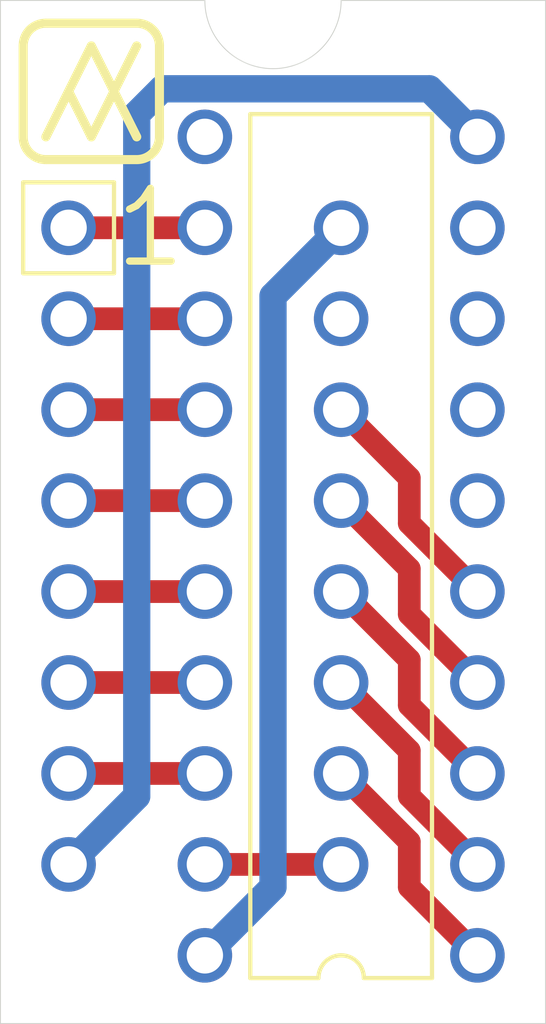
<source format=kicad_pcb>
(kicad_pcb (version 20211014) (generator pcbnew)
  (layers (0 "F.Cu" signal) (31 "B.Cu" signal) (34 "B.Paste" user) (35 "F.Paste" user) (36 "B.SilkS" user "B.Silkscreen") (37 "F.SilkS" user "F.Silkscreen") (38 "B.Mask" user) (39 "F.Mask" user) (44 "Edge.Cuts" user))
  (net 0 "")
  (net 1 "B0")
  (net 2 "B1")
  (net 3 "B2")
  (net 4 "B3")
  (net 5 "B4")
  (net 6 "B5")
  (net 7 "B6")
  (net 8 "GND")
  (net 9 "B7")
  (net 10 "A4")
  (net 11 "A3")
  (net 12 "A2")
  (net 13 "A1")
  (net 14 "A0")
  (net 16 "+5V")
  (footprint "GAL_to_bipolar:DIP-20" (layer "F.Cu") (at 146.05 77.47 180)
    (fp_text reference "J2" hide)
    (fp_text value "GAL")
    (fp_line (start -2.54 12.065) (end 2.54 12.065) (layer "F.SilkS") (width 0.12))
    (fp_line (start 2.54 12.065) (end 2.54 -12.065) (layer "F.SilkS") (width 0.12))
    (fp_line (start 2.54 -12.065) (end 0.635 -12.065) (layer "F.SilkS") (width 0.12))
    (fp_line (start -2.54 -12.065) (end -2.54 12.065) (layer "F.SilkS") (width 0.12))
    (fp_line (start -2.54 -12.065) (end -0.635 -12.065) (layer "F.SilkS") (width 0.12))
    (fp_arc (start 0.635 -12.065) (mid 0 -11.43) (end -0.635 -12.065) (layer "F.SilkS") (width 0.12))
    (pad "1" thru_hole circle (at -3.81 -11.43 180) (size 1.524 1.524) (drill 1.016) (layers *.Cu *.Mask) (net 10 "A4"))
    (pad "2" thru_hole circle (at -3.81 -8.89 180) (size 1.524 1.524) (drill 1.016) (layers *.Cu *.Mask) (net 11 "A3"))
    (pad "3" thru_hole circle (at -3.81 -6.35 180) (size 1.524 1.524) (drill 1.016) (layers *.Cu *.Mask) (net 12 "A2"))
    (pad "4" thru_hole circle (at -3.81 -3.81 180) (size 1.524 1.524) (drill 1.016) (layers *.Cu *.Mask) (net 13 "A1"))
    (pad "5" thru_hole circle (at -3.81 -1.27 180) (size 1.524 1.524) (drill 1.016) (layers *.Cu *.Mask) (net 14 "A0"))
    (pad "6" thru_hole circle (at -3.81 1.27 180) (size 1.524 1.524) (drill 1.016) (layers *.Cu *.Mask))
    (pad "7" thru_hole circle (at -3.81 3.81 180) (size 1.524 1.524) (drill 1.016) (layers *.Cu *.Mask))
    (pad "8" thru_hole circle (at -3.81 6.35 180) (size 1.524 1.524) (drill 1.016) (layers *.Cu *.Mask))
    (pad "9" thru_hole circle (at -3.81 8.89 180) (size 1.524 1.524) (drill 1.016) (layers *.Cu *.Mask))
    (pad "10" thru_hole circle (at -3.81 11.43 180) (size 1.524 1.524) (drill 1.016) (layers *.Cu *.Mask) (net 8 "GND"))
    (pad "11" thru_hole circle (at 3.81 11.43 180) (size 1.524 1.524) (drill 1.016) (layers *.Cu *.Mask))
    (pad "12" thru_hole circle (at 3.81 8.89 180) (size 1.524 1.524) (drill 1.016) (layers *.Cu *.Mask) (net 1 "B0"))
    (pad "13" thru_hole circle (at 3.81 6.35 180) (size 1.524 1.524) (drill 1.016) (layers *.Cu *.Mask) (net 2 "B1"))
    (pad "14" thru_hole circle (at 3.81 3.81 180) (size 1.524 1.524) (drill 1.016) (layers *.Cu *.Mask) (net 3 "B2"))
    (pad "15" thru_hole circle (at 3.81 1.27 180) (size 1.524 1.524) (drill 1.016) (layers *.Cu *.Mask) (net 4 "B3"))
    (pad "16" thru_hole circle (at 3.81 -1.27 180) (size 1.524 1.524) (drill 1.016) (layers *.Cu *.Mask) (net 5 "B4"))
    (pad "17" thru_hole circle (at 3.81 -3.81 180) (size 1.524 1.524) (drill 1.016) (layers *.Cu *.Mask) (net 6 "B5"))
    (pad "18" thru_hole circle (at 3.81 -6.35 180) (size 1.524 1.524) (drill 1.016) (layers *.Cu *.Mask) (net 7 "B6"))
    (pad "19" thru_hole circle (at 3.81 -8.89 180) (size 1.524 1.524) (drill 1.016) (layers *.Cu *.Mask) (net 9 "B7"))
    (pad "20" thru_hole circle (at 3.81 -11.43 180) (size 1.524 1.524) (drill 1.016) (layers *.Cu *.Mask) (net 16 "+5V"))
  )
  (footprint "GAL_to_bipolar:DIP-16" (layer "F.Cu") (at 142.24 77.47)
    (fp_text reference "J1" hide)
    (fp_text value "EPROM")
    (fp_line (start -5.08 -10.16) (end -5.08 -7.62) (layer "F.SilkS") (width 0.12))
    (fp_line (start -2.54 -10.16) (end -5.08 -10.16) (layer "F.SilkS") (width 0.12))
    (fp_line (start -5.08 -7.62) (end -2.54 -7.62) (layer "F.SilkS") (width 0.12))
    (fp_line (start -2.54 -7.62) (end -2.54 -10.16) (layer "F.SilkS") (width 0.12))
    (pad "1" thru_hole circle (at -3.81 -8.89) (size 1.524 1.524) (drill 1.016) (layers *.Cu *.Mask) (net 1 "B0"))
    (pad "2" thru_hole circle (at -3.81 -6.35) (size 1.524 1.524) (drill 1.016) (layers *.Cu *.Mask) (net 2 "B1"))
    (pad "3" thru_hole circle (at -3.81 -3.81) (size 1.524 1.524) (drill 1.016) (layers *.Cu *.Mask) (net 3 "B2"))
    (pad "4" thru_hole circle (at -3.81 -1.27) (size 1.524 1.524) (drill 1.016) (layers *.Cu *.Mask) (net 4 "B3"))
    (pad "5" thru_hole circle (at -3.81 1.27) (size 1.524 1.524) (drill 1.016) (layers *.Cu *.Mask) (net 5 "B4"))
    (pad "6" thru_hole circle (at -3.81 3.81) (size 1.524 1.524) (drill 1.016) (layers *.Cu *.Mask) (net 6 "B5"))
    (pad "7" thru_hole circle (at -3.81 6.35) (size 1.524 1.524) (drill 1.016) (layers *.Cu *.Mask) (net 7 "B6"))
    (pad "8" thru_hole circle (at -3.81 8.89) (size 1.524 1.524) (drill 1.016) (layers *.Cu *.Mask) (net 8 "GND"))
    (pad "9" thru_hole circle (at 3.81 8.89) (size 1.524 1.524) (drill 1.016) (layers *.Cu *.Mask) (net 9 "B7"))
    (pad "10" thru_hole circle (at 3.81 6.35) (size 1.524 1.524) (drill 1.016) (layers *.Cu *.Mask) (net 10 "A4"))
    (pad "11" thru_hole circle (at 3.81 3.81) (size 1.524 1.524) (drill 1.016) (layers *.Cu *.Mask) (net 11 "A3"))
    (pad "12" thru_hole circle (at 3.81 1.27) (size 1.524 1.524) (drill 1.016) (layers *.Cu *.Mask) (net 12 "A2"))
    (pad "13" thru_hole circle (at 3.81 -1.27) (size 1.524 1.524) (drill 1.016) (layers *.Cu *.Mask) (net 13 "A1"))
    (pad "14" thru_hole circle (at 3.81 -3.81) (size 1.524 1.524) (drill 1.016) (layers *.Cu *.Mask) (net 14 "A0"))
    (pad "15" thru_hole circle (at 3.81 -6.35) (size 1.524 1.524) (drill 1.016) (layers *.Cu *.Mask))
    (pad "16" thru_hole circle (at 3.81 -8.89) (size 1.524 1.524) (drill 1.016) (layers *.Cu *.Mask) (net 16 "+5V"))
  )
  (gr_line (start 138.43 64.77) (end 139.065 66.04) (layer "F.SilkS") (width 0.254))
  (gr_line (start 137.16 63.5) (end 137.16 66.04) (layer "F.SilkS") (width 0.254))
  (gr_arc (start 137.16 63.5) (mid 137.345987 63.050988) (end 137.795 62.865) (layer "F.SilkS") (width 0.254))
  (gr_line (start 137.795 66.04) (end 139.065 63.5) (layer "F.SilkS") (width 0.254))
  (gr_line (start 140.335 62.865) (end 137.795 62.865) (layer "F.SilkS") (width 0.254))
  (gr_arc (start 140.335 62.865) (mid 140.784012 63.050987) (end 140.97 63.5) (layer "F.SilkS") (width 0.254))
  (gr_line (start 140.97 63.5) (end 140.969999 66.039999) (layer "F.SilkS") (width 0.254))
  (gr_arc (start 137.795 66.675) (mid 137.345988 66.489013) (end 137.16 66.04) (layer "F.SilkS") (width 0.254))
  (gr_arc (start 140.969999 66.039999) (mid 140.784012 66.489011) (end 140.334999 66.674999) (layer "F.SilkS") (width 0.254))
  (gr_line (start 137.795 66.675) (end 140.334999 66.674999) (layer "F.SilkS") (width 0.254))
  (gr_line (start 139.065 66.04) (end 140.335 63.5) (layer "F.SilkS") (width 0.254))
  (gr_line (start 139.065 63.5) (end 140.335 66.04) (layer "F.SilkS") (width 0.254))
  (gr_line (start 151.765 90.805) (end 136.525 90.805) (layer "Edge.Cuts") (width 0.0254))
  (gr_arc (start 146.05 62.23) (mid 144.145 64.135) (end 142.24 62.23) (layer "Edge.Cuts") (width 0.0254))
  (gr_line (start 151.765 62.23) (end 146.05 62.23) (layer "Edge.Cuts") (width 0.0254))
  (gr_line (start 142.24 62.23) (end 136.525 62.23) (layer "Edge.Cuts") (width 0.0254))
  (gr_line (start 151.765 90.805) (end 151.765 62.23) (layer "Edge.Cuts") (width 0.0254))
  (gr_line (start 136.525 90.805) (end 136.525 62.23) (layer "Edge.Cuts") (width 0.0254))
  (gr_text "1" (at 140.716 68.58) (layer "F.SilkS") (effects (font (size 2.032 2.032) (thickness 0.2032))))
  (segment (start 142.24 68.58) (end 138.43 68.58) (width 0.635) (layer "F.Cu") (net 1))
  (segment (start 142.24 71.12) (end 138.43 71.12) (width 0.635) (layer "F.Cu") (net 2))
  (segment (start 142.24 73.66) (end 138.43 73.66) (width 0.635) (layer "F.Cu") (net 3))
  (segment (start 142.24 76.2) (end 138.43 76.2) (width 0.635) (layer "F.Cu") (net 4))
  (segment (start 142.24 78.74) (end 138.43 78.74) (width 0.635) (layer "F.Cu") (net 5))
  (segment (start 142.24 81.28) (end 138.43 81.28) (width 0.635) (layer "F.Cu") (net 6))
  (segment (start 142.24 83.82) (end 138.43 83.82) (width 0.635) (layer "F.Cu") (net 7))
  (segment (start 141.042511 64.697489) (end 148.517489 64.697489) (width 0.762) (layer "B.Cu") (net 8))
  (segment (start 140.335 84.455) (end 140.335 65.405) (width 0.762) (layer "B.Cu") (net 8))
  (segment (start 140.335 65.405) (end 141.042511 64.697489) (width 0.762) (layer "B.Cu") (net 8))
  (segment (start 138.43 86.36) (end 140.335 84.455) (width 0.762) (layer "B.Cu") (net 8))
  (segment (start 148.517489 64.697489) (end 149.86 66.04) (width 0.762) (layer "B.Cu") (net 8))
  (segment (start 146.05 86.36) (end 142.24 86.36) (width 0.635) (layer "F.Cu") (net 9))
  (segment (start 146.05 83.82) (end 147.955 85.725) (width 0.635) (layer "F.Cu") (net 10))
  (segment (start 147.955 85.725) (end 147.955 86.995) (width 0.635) (layer "F.Cu") (net 10))
  (segment (start 147.955 86.995) (end 149.86 88.9) (width 0.635) (layer "F.Cu") (net 10))
  (segment (start 147.955 84.455) (end 149.86 86.36) (width 0.635) (layer "F.Cu") (net 11))
  (segment (start 146.05 81.28) (end 147.955 83.185) (width 0.635) (layer "F.Cu") (net 11))
  (segment (start 147.955 83.185) (end 147.955 84.455) (width 0.635) (layer "F.Cu") (net 11))
  (segment (start 146.05 78.74) (end 147.955 80.645) (width 0.635) (layer "F.Cu") (net 12))
  (segment (start 147.955 80.645) (end 147.955 81.915) (width 0.635) (layer "F.Cu") (net 12))
  (segment (start 147.955 81.915) (end 149.86 83.82) (width 0.635) (layer "F.Cu") (net 12))
  (segment (start 147.955 78.105) (end 147.955 79.375) (width 0.635) (layer "F.Cu") (net 13))
  (segment (start 147.955 79.375) (end 149.86 81.28) (width 0.635) (layer "F.Cu") (net 13))
  (segment (start 146.05 76.2) (end 147.955 78.105) (width 0.635) (layer "F.Cu") (net 13))
  (segment (start 146.05 73.66) (end 147.955 75.565) (width 0.635) (layer "F.Cu") (net 14))
  (segment (start 147.955 75.565) (end 147.955 76.835) (width 0.635) (layer "F.Cu") (net 14))
  (segment (start 147.955 76.835) (end 149.86 78.74) (width 0.635) (layer "F.Cu") (net 14))
  (segment (start 144.145 86.995) (end 142.24 88.9) (width 0.762) (layer "B.Cu") (net 16))
  (segment (start 146.05 68.58) (end 144.145 70.485) (width 0.762) (layer "B.Cu") (net 16))
  (segment (start 144.145 70.485) (end 144.145 86.995) (width 0.762) (layer "B.Cu") (net 16))
)
</source>
